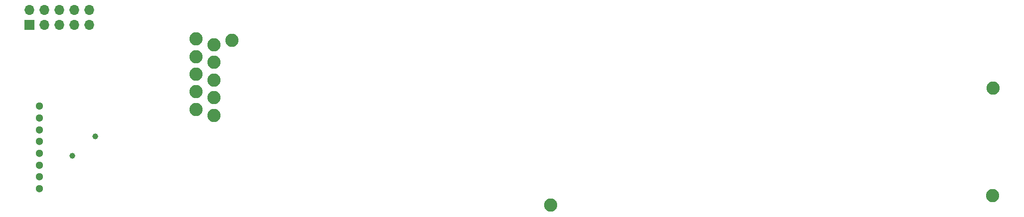
<source format=gbs>
G04 #@! TF.GenerationSoftware,KiCad,Pcbnew,7.0.1*
G04 #@! TF.CreationDate,2023-10-11T19:04:08-05:00*
G04 #@! TF.ProjectId,FLED_Board,464c4544-5f42-46f6-9172-642e6b696361,1*
G04 #@! TF.SameCoordinates,Original*
G04 #@! TF.FileFunction,Soldermask,Bot*
G04 #@! TF.FilePolarity,Negative*
%FSLAX46Y46*%
G04 Gerber Fmt 4.6, Leading zero omitted, Abs format (unit mm)*
G04 Created by KiCad (PCBNEW 7.0.1) date 2023-10-11 19:04:08*
%MOMM*%
%LPD*%
G01*
G04 APERTURE LIST*
%ADD10C,2.250000*%
%ADD11R,1.700000X1.700000*%
%ADD12O,1.700000X1.700000*%
%ADD13C,1.000000*%
%ADD14C,1.300000*%
G04 APERTURE END LIST*
D10*
X156750000Y-26715600D03*
X153650000Y-36515600D03*
X153650000Y-30515600D03*
X153650000Y-27515600D03*
X285817200Y-53205000D03*
X153650000Y-33515600D03*
X210817200Y-54805000D03*
X150650000Y-32515600D03*
D11*
X122346000Y-24156000D03*
D12*
X122346000Y-21616000D03*
X124886000Y-24156000D03*
X124886000Y-21616000D03*
X127426000Y-24156000D03*
X127426000Y-21616000D03*
X129966000Y-24156000D03*
X129966000Y-21616000D03*
X132506000Y-24156000D03*
X132506000Y-21616000D03*
D10*
X285917200Y-34905000D03*
X150650000Y-26515600D03*
X153650000Y-39515600D03*
X150617400Y-35515600D03*
X150650000Y-29515600D03*
X150650000Y-38515600D03*
D13*
X133533200Y-43053600D03*
D14*
X124037200Y-51969200D03*
X124037200Y-49969200D03*
X124037200Y-47969200D03*
X124037200Y-45969200D03*
X124037200Y-43969200D03*
X124037200Y-41969200D03*
X124037200Y-39969200D03*
X124037200Y-37969200D03*
D13*
X129661200Y-46355600D03*
M02*

</source>
